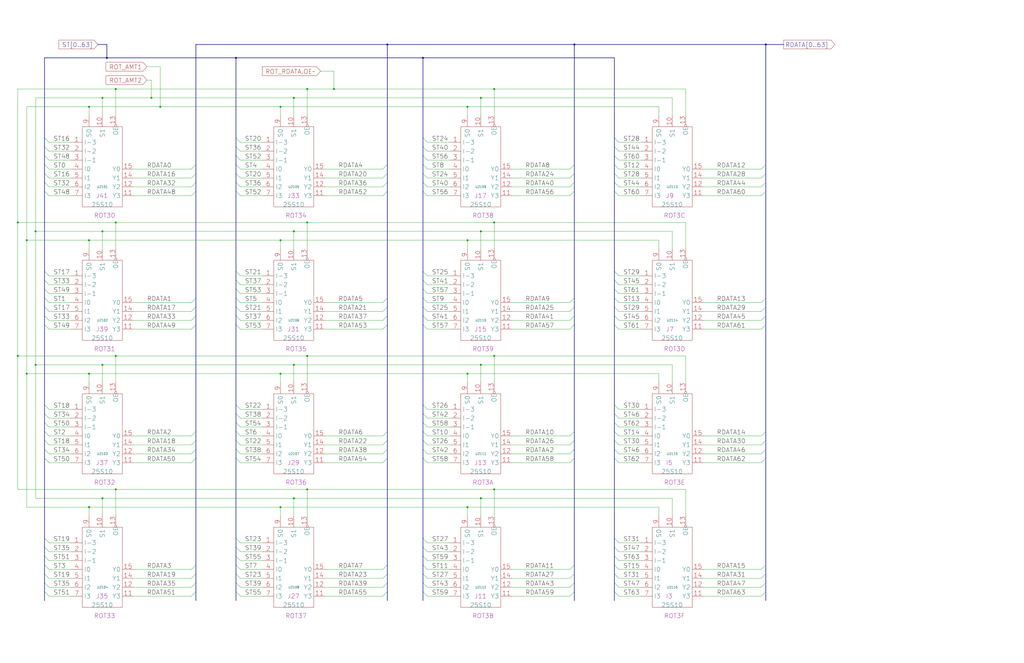
<source format=kicad_sch>
(kicad_sch (version 20230121) (generator eeschema)
  (paper "User" 584.2 378.46)
  (title_block (title "ROTATOR TIER 3") (date "20-MAR-90") (rev "1.0") (comment 1 "FIU") (comment 2 "232-003065") (comment 3 "S400") (comment 4 "RELEASED"))
  (junction (at 274.32 284.48))
  (junction (at 190.5 50.8))
  (junction (at 160.02 289.56))
  (junction (at 167.64 132.08))
  (junction (at 50.8 137.16))
  (junction (at 327.66 25.4))
  (junction (at 58.42 132.08))
  (junction (at 58.42 208.28))
  (junction (at 281.94 279.4))
  (junction (at 266.7 289.56))
  (junction (at 86.36 55.88))
  (junction (at 91.44 60.96))
  (junction (at 15.24 137.16))
  (junction (at 175.26 50.8))
  (junction (at 220.98 25.4))
  (junction (at 281.94 127))
  (junction (at 266.7 137.16))
  (junction (at 175.26 127))
  (junction (at 274.32 55.88))
  (junction (at 60.96 33.02))
  (junction (at 66.04 127))
  (junction (at 50.8 60.96))
  (junction (at 167.64 284.48))
  (junction (at 58.42 284.48))
  (junction (at 20.32 208.28))
  (junction (at 134.62 33.02))
  (junction (at 160.02 213.36))
  (junction (at 281.94 50.8))
  (junction (at 160.02 137.16))
  (junction (at 10.16 203.2))
  (junction (at 175.26 279.4))
  (junction (at 50.8 213.36))
  (junction (at 241.3 33.02))
  (junction (at 15.24 213.36))
  (junction (at 436.88 25.4))
  (junction (at 50.8 289.56))
  (junction (at 10.16 127))
  (junction (at 281.94 203.2))
  (junction (at 274.32 208.28))
  (junction (at 274.32 132.08))
  (junction (at 266.7 213.36))
  (junction (at 160.02 60.96))
  (junction (at 66.04 203.2))
  (junction (at 167.64 208.28))
  (junction (at 266.7 60.96))
  (junction (at 58.42 55.88))
  (junction (at 167.64 55.88))
  (junction (at 20.32 132.08))
  (junction (at 66.04 50.8))
  (junction (at 66.04 279.4))
  (junction (at 175.26 203.2))
  (bus_entry (at 350.52 231.14) (size 2.54 2.54))
  (bus_entry (at 111.76 104.14) (size -2.54 2.54))
  (bus_entry (at 350.52 322.58) (size 2.54 2.54))
  (bus_entry (at 241.3 78.74) (size 2.54 2.54))
  (bus_entry (at 350.52 109.22) (size 2.54 2.54))
  (bus_entry (at 241.3 170.18) (size 2.54 2.54))
  (bus_entry (at 134.62 256.54) (size 2.54 2.54))
  (bus_entry (at 134.62 307.34) (size 2.54 2.54))
  (bus_entry (at 111.76 327.66) (size -2.54 2.54))
  (bus_entry (at 220.98 332.74) (size -2.54 2.54))
  (bus_entry (at 134.62 261.62) (size 2.54 2.54))
  (bus_entry (at 350.52 93.98) (size 2.54 2.54))
  (bus_entry (at 220.98 175.26) (size -2.54 2.54))
  (bus_entry (at 25.4 312.42) (size 2.54 2.54))
  (bus_entry (at 241.3 322.58) (size 2.54 2.54))
  (bus_entry (at 241.3 327.66) (size 2.54 2.54))
  (bus_entry (at 241.3 109.22) (size 2.54 2.54))
  (bus_entry (at 350.52 337.82) (size 2.54 2.54))
  (bus_entry (at 134.62 322.58) (size 2.54 2.54))
  (bus_entry (at 25.4 317.5) (size 2.54 2.54))
  (bus_entry (at 241.3 165.1) (size 2.54 2.54))
  (bus_entry (at 241.3 337.82) (size 2.54 2.54))
  (bus_entry (at 241.3 236.22) (size 2.54 2.54))
  (bus_entry (at 111.76 261.62) (size -2.54 2.54))
  (bus_entry (at 241.3 154.94) (size 2.54 2.54))
  (bus_entry (at 134.62 104.14) (size 2.54 2.54))
  (bus_entry (at 25.4 109.22) (size 2.54 2.54))
  (bus_entry (at 111.76 99.06) (size -2.54 2.54))
  (bus_entry (at 350.52 312.42) (size 2.54 2.54))
  (bus_entry (at 220.98 337.82) (size -2.54 2.54))
  (bus_entry (at 327.66 104.14) (size -2.54 2.54))
  (bus_entry (at 25.4 165.1) (size 2.54 2.54))
  (bus_entry (at 134.62 317.5) (size 2.54 2.54))
  (bus_entry (at 25.4 246.38) (size 2.54 2.54))
  (bus_entry (at 25.4 307.34) (size 2.54 2.54))
  (bus_entry (at 327.66 180.34) (size -2.54 2.54))
  (bus_entry (at 134.62 93.98) (size 2.54 2.54))
  (bus_entry (at 134.62 99.06) (size 2.54 2.54))
  (bus_entry (at 350.52 180.34) (size 2.54 2.54))
  (bus_entry (at 134.62 231.14) (size 2.54 2.54))
  (bus_entry (at 327.66 185.42) (size -2.54 2.54))
  (bus_entry (at 350.52 332.74) (size 2.54 2.54))
  (bus_entry (at 220.98 170.18) (size -2.54 2.54))
  (bus_entry (at 134.62 241.3) (size 2.54 2.54))
  (bus_entry (at 436.88 180.34) (size -2.54 2.54))
  (bus_entry (at 241.3 99.06) (size 2.54 2.54))
  (bus_entry (at 25.4 160.02) (size 2.54 2.54))
  (bus_entry (at 436.88 256.54) (size -2.54 2.54))
  (bus_entry (at 25.4 241.3) (size 2.54 2.54))
  (bus_entry (at 436.88 251.46) (size -2.54 2.54))
  (bus_entry (at 134.62 170.18) (size 2.54 2.54))
  (bus_entry (at 350.52 251.46) (size 2.54 2.54))
  (bus_entry (at 134.62 337.82) (size 2.54 2.54))
  (bus_entry (at 134.62 327.66) (size 2.54 2.54))
  (bus_entry (at 111.76 185.42) (size -2.54 2.54))
  (bus_entry (at 134.62 165.1) (size 2.54 2.54))
  (bus_entry (at 111.76 256.54) (size -2.54 2.54))
  (bus_entry (at 25.4 337.82) (size 2.54 2.54))
  (bus_entry (at 241.3 88.9) (size 2.54 2.54))
  (bus_entry (at 327.66 332.74) (size -2.54 2.54))
  (bus_entry (at 436.88 337.82) (size -2.54 2.54))
  (bus_entry (at 350.52 99.06) (size 2.54 2.54))
  (bus_entry (at 25.4 185.42) (size 2.54 2.54))
  (bus_entry (at 436.88 99.06) (size -2.54 2.54))
  (bus_entry (at 111.76 180.34) (size -2.54 2.54))
  (bus_entry (at 220.98 251.46) (size -2.54 2.54))
  (bus_entry (at 134.62 160.02) (size 2.54 2.54))
  (bus_entry (at 436.88 175.26) (size -2.54 2.54))
  (bus_entry (at 220.98 256.54) (size -2.54 2.54))
  (bus_entry (at 134.62 83.82) (size 2.54 2.54))
  (bus_entry (at 350.52 246.38) (size 2.54 2.54))
  (bus_entry (at 220.98 327.66) (size -2.54 2.54))
  (bus_entry (at 241.3 231.14) (size 2.54 2.54))
  (bus_entry (at 436.88 261.62) (size -2.54 2.54))
  (bus_entry (at 220.98 99.06) (size -2.54 2.54))
  (bus_entry (at 25.4 332.74) (size 2.54 2.54))
  (bus_entry (at 241.3 261.62) (size 2.54 2.54))
  (bus_entry (at 436.88 332.74) (size -2.54 2.54))
  (bus_entry (at 241.3 307.34) (size 2.54 2.54))
  (bus_entry (at 436.88 93.98) (size -2.54 2.54))
  (bus_entry (at 436.88 327.66) (size -2.54 2.54))
  (bus_entry (at 134.62 88.9) (size 2.54 2.54))
  (bus_entry (at 25.4 154.94) (size 2.54 2.54))
  (bus_entry (at 327.66 170.18) (size -2.54 2.54))
  (bus_entry (at 436.88 185.42) (size -2.54 2.54))
  (bus_entry (at 327.66 322.58) (size -2.54 2.54))
  (bus_entry (at 350.52 241.3) (size 2.54 2.54))
  (bus_entry (at 134.62 78.74) (size 2.54 2.54))
  (bus_entry (at 111.76 337.82) (size -2.54 2.54))
  (bus_entry (at 350.52 165.1) (size 2.54 2.54))
  (bus_entry (at 350.52 317.5) (size 2.54 2.54))
  (bus_entry (at 350.52 327.66) (size 2.54 2.54))
  (bus_entry (at 134.62 175.26) (size 2.54 2.54))
  (bus_entry (at 111.76 251.46) (size -2.54 2.54))
  (bus_entry (at 327.66 99.06) (size -2.54 2.54))
  (bus_entry (at 327.66 261.62) (size -2.54 2.54))
  (bus_entry (at 220.98 109.22) (size -2.54 2.54))
  (bus_entry (at 220.98 185.42) (size -2.54 2.54))
  (bus_entry (at 241.3 246.38) (size 2.54 2.54))
  (bus_entry (at 111.76 332.74) (size -2.54 2.54))
  (bus_entry (at 436.88 170.18) (size -2.54 2.54))
  (bus_entry (at 25.4 83.82) (size 2.54 2.54))
  (bus_entry (at 25.4 322.58) (size 2.54 2.54))
  (bus_entry (at 25.4 88.9) (size 2.54 2.54))
  (bus_entry (at 111.76 322.58) (size -2.54 2.54))
  (bus_entry (at 350.52 104.14) (size 2.54 2.54))
  (bus_entry (at 111.76 170.18) (size -2.54 2.54))
  (bus_entry (at 241.3 93.98) (size 2.54 2.54))
  (bus_entry (at 350.52 175.26) (size 2.54 2.54))
  (bus_entry (at 220.98 322.58) (size -2.54 2.54))
  (bus_entry (at 327.66 93.98) (size -2.54 2.54))
  (bus_entry (at 350.52 160.02) (size 2.54 2.54))
  (bus_entry (at 220.98 246.38) (size -2.54 2.54))
  (bus_entry (at 350.52 88.9) (size 2.54 2.54))
  (bus_entry (at 134.62 246.38) (size 2.54 2.54))
  (bus_entry (at 25.4 170.18) (size 2.54 2.54))
  (bus_entry (at 350.52 256.54) (size 2.54 2.54))
  (bus_entry (at 241.3 175.26) (size 2.54 2.54))
  (bus_entry (at 241.3 180.34) (size 2.54 2.54))
  (bus_entry (at 111.76 93.98) (size -2.54 2.54))
  (bus_entry (at 241.3 317.5) (size 2.54 2.54))
  (bus_entry (at 25.4 256.54) (size 2.54 2.54))
  (bus_entry (at 327.66 175.26) (size -2.54 2.54))
  (bus_entry (at 25.4 251.46) (size 2.54 2.54))
  (bus_entry (at 436.88 104.14) (size -2.54 2.54))
  (bus_entry (at 241.3 104.14) (size 2.54 2.54))
  (bus_entry (at 134.62 185.42) (size 2.54 2.54))
  (bus_entry (at 241.3 256.54) (size 2.54 2.54))
  (bus_entry (at 327.66 246.38) (size -2.54 2.54))
  (bus_entry (at 25.4 175.26) (size 2.54 2.54))
  (bus_entry (at 25.4 99.06) (size 2.54 2.54))
  (bus_entry (at 327.66 337.82) (size -2.54 2.54))
  (bus_entry (at 350.52 261.62) (size 2.54 2.54))
  (bus_entry (at 350.52 307.34) (size 2.54 2.54))
  (bus_entry (at 220.98 93.98) (size -2.54 2.54))
  (bus_entry (at 350.52 185.42) (size 2.54 2.54))
  (bus_entry (at 241.3 251.46) (size 2.54 2.54))
  (bus_entry (at 350.52 78.74) (size 2.54 2.54))
  (bus_entry (at 241.3 83.82) (size 2.54 2.54))
  (bus_entry (at 241.3 160.02) (size 2.54 2.54))
  (bus_entry (at 220.98 261.62) (size -2.54 2.54))
  (bus_entry (at 220.98 104.14) (size -2.54 2.54))
  (bus_entry (at 25.4 93.98) (size 2.54 2.54))
  (bus_entry (at 241.3 185.42) (size 2.54 2.54))
  (bus_entry (at 436.88 322.58) (size -2.54 2.54))
  (bus_entry (at 241.3 312.42) (size 2.54 2.54))
  (bus_entry (at 134.62 180.34) (size 2.54 2.54))
  (bus_entry (at 241.3 241.3) (size 2.54 2.54))
  (bus_entry (at 327.66 109.22) (size -2.54 2.54))
  (bus_entry (at 327.66 327.66) (size -2.54 2.54))
  (bus_entry (at 134.62 332.74) (size 2.54 2.54))
  (bus_entry (at 350.52 83.82) (size 2.54 2.54))
  (bus_entry (at 220.98 180.34) (size -2.54 2.54))
  (bus_entry (at 436.88 109.22) (size -2.54 2.54))
  (bus_entry (at 350.52 170.18) (size 2.54 2.54))
  (bus_entry (at 25.4 327.66) (size 2.54 2.54))
  (bus_entry (at 111.76 246.38) (size -2.54 2.54))
  (bus_entry (at 134.62 312.42) (size 2.54 2.54))
  (bus_entry (at 25.4 104.14) (size 2.54 2.54))
  (bus_entry (at 25.4 231.14) (size 2.54 2.54))
  (bus_entry (at 436.88 246.38) (size -2.54 2.54))
  (bus_entry (at 350.52 154.94) (size 2.54 2.54))
  (bus_entry (at 134.62 251.46) (size 2.54 2.54))
  (bus_entry (at 327.66 256.54) (size -2.54 2.54))
  (bus_entry (at 327.66 251.46) (size -2.54 2.54))
  (bus_entry (at 134.62 236.22) (size 2.54 2.54))
  (bus_entry (at 111.76 109.22) (size -2.54 2.54))
  (bus_entry (at 134.62 154.94) (size 2.54 2.54))
  (bus_entry (at 111.76 175.26) (size -2.54 2.54))
  (bus_entry (at 134.62 109.22) (size 2.54 2.54))
  (bus_entry (at 25.4 236.22) (size 2.54 2.54))
  (bus_entry (at 241.3 332.74) (size 2.54 2.54))
  (bus_entry (at 25.4 261.62) (size 2.54 2.54))
  (bus_entry (at 350.52 236.22) (size 2.54 2.54))
  (bus_entry (at 25.4 180.34) (size 2.54 2.54))
  (bus_entry (at 25.4 78.74) (size 2.54 2.54))
  (wire (pts (xy 27.94 243.84) (xy 40.64 243.84)))
  (wire (pts (xy 353.06 101.6) (xy 365.76 101.6)))
  (wire (pts (xy 266.7 289.56) (xy 160.02 289.56)))
  (bus (pts (xy 134.62 317.5) (xy 134.62 322.58)))
  (wire (pts (xy 76.2 172.72) (xy 109.22 172.72)))
  (bus (pts (xy 25.4 185.42) (xy 25.4 231.14)))
  (wire (pts (xy 50.8 213.36) (xy 15.24 213.36)))
  (bus (pts (xy 350.52 104.14) (xy 350.52 109.22)))
  (wire (pts (xy 292.1 111.76) (xy 325.12 111.76)))
  (wire (pts (xy 167.64 55.88) (xy 167.64 66.04)))
  (bus (pts (xy 436.88 261.62) (xy 436.88 322.58)))
  (bus (pts (xy 55.88 25.4) (xy 60.96 25.4)))
  (bus (pts (xy 134.62 88.9) (xy 134.62 93.98)))
  (bus (pts (xy 241.3 337.82) (xy 241.3 342.9)))
  (bus (pts (xy 327.66 99.06) (xy 327.66 104.14)))
  (bus (pts (xy 241.3 241.3) (xy 241.3 246.38)))
  (bus (pts (xy 25.4 327.66) (xy 25.4 332.74)))
  (bus (pts (xy 350.52 154.94) (xy 350.52 160.02)))
  (wire (pts (xy 66.04 279.4) (xy 66.04 294.64)))
  (bus (pts (xy 25.4 78.74) (xy 25.4 83.82)))
  (wire (pts (xy 27.94 81.28) (xy 40.64 81.28)))
  (bus (pts (xy 241.3 170.18) (xy 241.3 175.26)))
  (wire (pts (xy 27.94 335.28) (xy 40.64 335.28)))
  (wire (pts (xy 137.16 81.28) (xy 149.86 81.28)))
  (bus (pts (xy 350.52 170.18) (xy 350.52 175.26)))
  (bus (pts (xy 25.4 83.82) (xy 25.4 88.9)))
  (wire (pts (xy 27.94 187.96) (xy 40.64 187.96)))
  (bus (pts (xy 436.88 322.58) (xy 436.88 327.66)))
  (wire (pts (xy 20.32 208.28) (xy 20.32 132.08)))
  (wire (pts (xy 292.1 330.2) (xy 325.12 330.2)))
  (wire (pts (xy 76.2 182.88) (xy 109.22 182.88)))
  (bus (pts (xy 350.52 256.54) (xy 350.52 261.62)))
  (wire (pts (xy 15.24 213.36) (xy 15.24 289.56)))
  (wire (pts (xy 401.32 248.92) (xy 434.34 248.92)))
  (wire (pts (xy 185.42 172.72) (xy 218.44 172.72)))
  (bus (pts (xy 241.3 332.74) (xy 241.3 337.82)))
  (bus (pts (xy 327.66 322.58) (xy 327.66 327.66)))
  (wire (pts (xy 383.54 55.88) (xy 383.54 66.04)))
  (bus (pts (xy 220.98 185.42) (xy 220.98 246.38)))
  (wire (pts (xy 243.84 259.08) (xy 256.54 259.08)))
  (wire (pts (xy 137.16 101.6) (xy 149.86 101.6)))
  (wire (pts (xy 353.06 335.28) (xy 365.76 335.28)))
  (bus (pts (xy 111.76 25.4) (xy 220.98 25.4)))
  (wire (pts (xy 76.2 101.6) (xy 109.22 101.6)))
  (bus (pts (xy 111.76 327.66) (xy 111.76 332.74)))
  (wire (pts (xy 76.2 330.2) (xy 109.22 330.2)))
  (wire (pts (xy 383.54 132.08) (xy 383.54 142.24)))
  (wire (pts (xy 58.42 208.28) (xy 58.42 218.44)))
  (bus (pts (xy 134.62 231.14) (xy 134.62 236.22)))
  (wire (pts (xy 292.1 182.88) (xy 325.12 182.88)))
  (wire (pts (xy 353.06 340.36) (xy 365.76 340.36)))
  (wire (pts (xy 175.26 203.2) (xy 175.26 218.44)))
  (bus (pts (xy 220.98 99.06) (xy 220.98 104.14)))
  (bus (pts (xy 350.52 246.38) (xy 350.52 251.46)))
  (wire (pts (xy 185.42 106.68) (xy 218.44 106.68)))
  (bus (pts (xy 327.66 104.14) (xy 327.66 109.22)))
  (wire (pts (xy 76.2 177.8) (xy 109.22 177.8)))
  (bus (pts (xy 436.88 256.54) (xy 436.88 261.62)))
  (wire (pts (xy 243.84 86.36) (xy 256.54 86.36)))
  (wire (pts (xy 27.94 177.8) (xy 40.64 177.8)))
  (bus (pts (xy 350.52 78.74) (xy 350.52 83.82)))
  (wire (pts (xy 281.94 279.4) (xy 391.16 279.4)))
  (wire (pts (xy 353.06 111.76) (xy 365.76 111.76)))
  (wire (pts (xy 27.94 238.76) (xy 40.64 238.76)))
  (wire (pts (xy 137.16 309.88) (xy 149.86 309.88)))
  (wire (pts (xy 401.32 340.36) (xy 434.34 340.36)))
  (bus (pts (xy 134.62 83.82) (xy 134.62 88.9)))
  (bus (pts (xy 25.4 99.06) (xy 25.4 104.14)))
  (wire (pts (xy 353.06 81.28) (xy 365.76 81.28)))
  (wire (pts (xy 281.94 279.4) (xy 281.94 294.64)))
  (wire (pts (xy 167.64 284.48) (xy 167.64 294.64)))
  (wire (pts (xy 353.06 86.36) (xy 365.76 86.36)))
  (wire (pts (xy 15.24 137.16) (xy 50.8 137.16)))
  (wire (pts (xy 353.06 233.68) (xy 365.76 233.68)))
  (bus (pts (xy 134.62 256.54) (xy 134.62 261.62)))
  (wire (pts (xy 137.16 86.36) (xy 149.86 86.36)))
  (wire (pts (xy 137.16 238.76) (xy 149.86 238.76)))
  (wire (pts (xy 243.84 96.52) (xy 256.54 96.52)))
  (bus (pts (xy 436.88 25.4) (xy 436.88 93.98)))
  (wire (pts (xy 58.42 132.08) (xy 167.64 132.08)))
  (wire (pts (xy 137.16 177.8) (xy 149.86 177.8)))
  (wire (pts (xy 175.26 50.8) (xy 175.26 66.04)))
  (wire (pts (xy 83.82 38.1) (xy 91.44 38.1)))
  (wire (pts (xy 266.7 137.16) (xy 266.7 142.24)))
  (bus (pts (xy 25.4 322.58) (xy 25.4 327.66)))
  (bus (pts (xy 241.3 88.9) (xy 241.3 93.98)))
  (wire (pts (xy 137.16 320.04) (xy 149.86 320.04)))
  (bus (pts (xy 436.88 251.46) (xy 436.88 256.54)))
  (bus (pts (xy 25.4 231.14) (xy 25.4 236.22)))
  (bus (pts (xy 350.52 241.3) (xy 350.52 246.38)))
  (bus (pts (xy 350.52 337.82) (xy 350.52 342.9)))
  (wire (pts (xy 243.84 187.96) (xy 256.54 187.96)))
  (bus (pts (xy 25.4 160.02) (xy 25.4 165.1)))
  (wire (pts (xy 10.16 127) (xy 66.04 127)))
  (wire (pts (xy 167.64 284.48) (xy 58.42 284.48)))
  (bus (pts (xy 134.62 246.38) (xy 134.62 251.46)))
  (wire (pts (xy 27.94 259.08) (xy 40.64 259.08)))
  (wire (pts (xy 27.94 172.72) (xy 40.64 172.72)))
  (wire (pts (xy 375.92 137.16) (xy 375.92 142.24)))
  (wire (pts (xy 353.06 243.84) (xy 365.76 243.84)))
  (wire (pts (xy 401.32 101.6) (xy 434.34 101.6)))
  (wire (pts (xy 27.94 96.52) (xy 40.64 96.52)))
  (wire (pts (xy 401.32 259.08) (xy 434.34 259.08)))
  (bus (pts (xy 241.3 165.1) (xy 241.3 170.18)))
  (wire (pts (xy 353.06 167.64) (xy 365.76 167.64)))
  (bus (pts (xy 134.62 180.34) (xy 134.62 185.42)))
  (wire (pts (xy 27.94 254) (xy 40.64 254)))
  (wire (pts (xy 292.1 335.28) (xy 325.12 335.28)))
  (wire (pts (xy 185.42 182.88) (xy 218.44 182.88)))
  (wire (pts (xy 20.32 55.88) (xy 58.42 55.88)))
  (wire (pts (xy 353.06 96.52) (xy 365.76 96.52)))
  (wire (pts (xy 50.8 60.96) (xy 91.44 60.96)))
  (wire (pts (xy 76.2 187.96) (xy 109.22 187.96)))
  (bus (pts (xy 350.52 327.66) (xy 350.52 332.74)))
  (bus (pts (xy 436.88 337.82) (xy 436.88 342.9)))
  (bus (pts (xy 436.88 170.18) (xy 436.88 175.26)))
  (bus (pts (xy 25.4 93.98) (xy 25.4 99.06)))
  (wire (pts (xy 401.32 187.96) (xy 434.34 187.96)))
  (wire (pts (xy 292.1 96.52) (xy 325.12 96.52)))
  (bus (pts (xy 60.96 33.02) (xy 134.62 33.02)))
  (wire (pts (xy 383.54 208.28) (xy 383.54 218.44)))
  (wire (pts (xy 292.1 101.6) (xy 325.12 101.6)))
  (wire (pts (xy 175.26 279.4) (xy 281.94 279.4)))
  (bus (pts (xy 134.62 33.02) (xy 134.62 78.74)))
  (bus (pts (xy 327.66 246.38) (xy 327.66 251.46)))
  (bus (pts (xy 350.52 83.82) (xy 350.52 88.9)))
  (bus (pts (xy 241.3 307.34) (xy 241.3 312.42)))
  (wire (pts (xy 353.06 91.44) (xy 365.76 91.44)))
  (bus (pts (xy 327.66 327.66) (xy 327.66 332.74)))
  (wire (pts (xy 160.02 213.36) (xy 160.02 218.44)))
  (bus (pts (xy 25.4 109.22) (xy 25.4 154.94)))
  (bus (pts (xy 111.76 109.22) (xy 111.76 170.18)))
  (wire (pts (xy 160.02 289.56) (xy 160.02 294.64)))
  (bus (pts (xy 220.98 251.46) (xy 220.98 256.54)))
  (bus (pts (xy 436.88 175.26) (xy 436.88 180.34)))
  (bus (pts (xy 436.88 25.4) (xy 447.04 25.4)))
  (bus (pts (xy 241.3 33.02) (xy 241.3 78.74)))
  (bus (pts (xy 25.4 246.38) (xy 25.4 251.46)))
  (bus (pts (xy 327.66 170.18) (xy 327.66 175.26)))
  (wire (pts (xy 76.2 264.16) (xy 109.22 264.16)))
  (bus (pts (xy 220.98 175.26) (xy 220.98 180.34)))
  (bus (pts (xy 220.98 180.34) (xy 220.98 185.42)))
  (wire (pts (xy 50.8 137.16) (xy 160.02 137.16)))
  (bus (pts (xy 327.66 256.54) (xy 327.66 261.62)))
  (wire (pts (xy 58.42 132.08) (xy 58.42 142.24)))
  (wire (pts (xy 375.92 213.36) (xy 375.92 218.44)))
  (bus (pts (xy 241.3 251.46) (xy 241.3 256.54)))
  (wire (pts (xy 160.02 137.16) (xy 160.02 142.24)))
  (wire (pts (xy 353.06 259.08) (xy 365.76 259.08)))
  (bus (pts (xy 111.76 104.14) (xy 111.76 109.22)))
  (wire (pts (xy 243.84 320.04) (xy 256.54 320.04)))
  (wire (pts (xy 20.32 208.28) (xy 58.42 208.28)))
  (wire (pts (xy 58.42 284.48) (xy 20.32 284.48)))
  (wire (pts (xy 243.84 335.28) (xy 256.54 335.28)))
  (wire (pts (xy 76.2 325.12) (xy 109.22 325.12)))
  (wire (pts (xy 50.8 213.36) (xy 50.8 218.44)))
  (bus (pts (xy 25.4 165.1) (xy 25.4 170.18)))
  (wire (pts (xy 266.7 213.36) (xy 266.7 218.44)))
  (bus (pts (xy 327.66 109.22) (xy 327.66 170.18)))
  (wire (pts (xy 243.84 177.8) (xy 256.54 177.8)))
  (bus (pts (xy 25.4 88.9) (xy 25.4 93.98)))
  (wire (pts (xy 15.24 60.96) (xy 50.8 60.96)))
  (bus (pts (xy 350.52 88.9) (xy 350.52 93.98)))
  (wire (pts (xy 137.16 340.36) (xy 149.86 340.36)))
  (bus (pts (xy 350.52 261.62) (xy 350.52 307.34)))
  (wire (pts (xy 190.5 40.64) (xy 190.5 50.8)))
  (wire (pts (xy 137.16 182.88) (xy 149.86 182.88)))
  (bus (pts (xy 111.76 25.4) (xy 111.76 93.98)))
  (wire (pts (xy 167.64 208.28) (xy 274.32 208.28)))
  (wire (pts (xy 66.04 127) (xy 175.26 127)))
  (bus (pts (xy 241.3 322.58) (xy 241.3 327.66)))
  (bus (pts (xy 350.52 109.22) (xy 350.52 154.94)))
  (wire (pts (xy 383.54 284.48) (xy 383.54 294.64)))
  (bus (pts (xy 436.88 246.38) (xy 436.88 251.46)))
  (bus (pts (xy 111.76 180.34) (xy 111.76 185.42)))
  (wire (pts (xy 281.94 50.8) (xy 281.94 66.04)))
  (wire (pts (xy 274.32 208.28) (xy 383.54 208.28)))
  (bus (pts (xy 241.3 175.26) (xy 241.3 180.34)))
  (bus (pts (xy 436.88 185.42) (xy 436.88 246.38)))
  (wire (pts (xy 266.7 213.36) (xy 160.02 213.36)))
  (wire (pts (xy 137.16 96.52) (xy 149.86 96.52)))
  (wire (pts (xy 243.84 248.92) (xy 256.54 248.92)))
  (wire (pts (xy 27.94 86.36) (xy 40.64 86.36)))
  (wire (pts (xy 401.32 177.8) (xy 434.34 177.8)))
  (wire (pts (xy 137.16 172.72) (xy 149.86 172.72)))
  (wire (pts (xy 167.64 55.88) (xy 274.32 55.88)))
  (bus (pts (xy 241.3 256.54) (xy 241.3 261.62)))
  (bus (pts (xy 220.98 246.38) (xy 220.98 251.46)))
  (bus (pts (xy 25.4 180.34) (xy 25.4 185.42)))
  (bus (pts (xy 134.62 185.42) (xy 134.62 231.14)))
  (bus (pts (xy 241.3 78.74) (xy 241.3 83.82)))
  (wire (pts (xy 175.26 127) (xy 281.94 127)))
  (bus (pts (xy 134.62 337.82) (xy 134.62 342.9)))
  (bus (pts (xy 134.62 160.02) (xy 134.62 165.1)))
  (wire (pts (xy 274.32 55.88) (xy 274.32 66.04)))
  (wire (pts (xy 58.42 208.28) (xy 167.64 208.28)))
  (bus (pts (xy 436.88 327.66) (xy 436.88 332.74)))
  (bus (pts (xy 25.4 241.3) (xy 25.4 246.38)))
  (wire (pts (xy 401.32 264.16) (xy 434.34 264.16)))
  (wire (pts (xy 185.42 325.12) (xy 218.44 325.12)))
  (wire (pts (xy 76.2 96.52) (xy 109.22 96.52)))
  (bus (pts (xy 111.76 185.42) (xy 111.76 246.38)))
  (wire (pts (xy 137.16 187.96) (xy 149.86 187.96)))
  (wire (pts (xy 185.42 264.16) (xy 218.44 264.16)))
  (wire (pts (xy 292.1 106.68) (xy 325.12 106.68)))
  (bus (pts (xy 241.3 261.62) (xy 241.3 307.34)))
  (wire (pts (xy 243.84 233.68) (xy 256.54 233.68)))
  (wire (pts (xy 292.1 254) (xy 325.12 254)))
  (wire (pts (xy 375.92 289.56) (xy 266.7 289.56)))
  (bus (pts (xy 241.3 236.22) (xy 241.3 241.3)))
  (wire (pts (xy 137.16 314.96) (xy 149.86 314.96)))
  (bus (pts (xy 111.76 322.58) (xy 111.76 327.66)))
  (wire (pts (xy 353.06 330.2) (xy 365.76 330.2)))
  (wire (pts (xy 58.42 55.88) (xy 58.42 66.04)))
  (bus (pts (xy 350.52 251.46) (xy 350.52 256.54)))
  (bus (pts (xy 25.4 317.5) (xy 25.4 322.58)))
  (bus (pts (xy 241.3 246.38) (xy 241.3 251.46)))
  (wire (pts (xy 391.16 203.2) (xy 391.16 218.44)))
  (wire (pts (xy 66.04 203.2) (xy 175.26 203.2)))
  (wire (pts (xy 274.32 132.08) (xy 383.54 132.08)))
  (wire (pts (xy 182.88 40.64) (xy 190.5 40.64)))
  (wire (pts (xy 391.16 50.8) (xy 391.16 66.04)))
  (bus (pts (xy 134.62 154.94) (xy 134.62 160.02)))
  (wire (pts (xy 91.44 38.1) (xy 91.44 60.96)))
  (wire (pts (xy 401.32 111.76) (xy 434.34 111.76)))
  (wire (pts (xy 353.06 325.12) (xy 365.76 325.12)))
  (bus (pts (xy 134.62 312.42) (xy 134.62 317.5)))
  (bus (pts (xy 220.98 327.66) (xy 220.98 332.74)))
  (wire (pts (xy 243.84 157.48) (xy 256.54 157.48)))
  (bus (pts (xy 220.98 104.14) (xy 220.98 109.22)))
  (wire (pts (xy 401.32 172.72) (xy 434.34 172.72)))
  (wire (pts (xy 27.94 320.04) (xy 40.64 320.04)))
  (bus (pts (xy 25.4 170.18) (xy 25.4 175.26)))
  (bus (pts (xy 241.3 160.02) (xy 241.3 165.1)))
  (bus (pts (xy 25.4 33.02) (xy 60.96 33.02)))
  (wire (pts (xy 375.92 213.36) (xy 266.7 213.36)))
  (wire (pts (xy 401.32 182.88) (xy 434.34 182.88)))
  (bus (pts (xy 350.52 307.34) (xy 350.52 312.42)))
  (wire (pts (xy 353.06 157.48) (xy 365.76 157.48)))
  (bus (pts (xy 350.52 236.22) (xy 350.52 241.3)))
  (wire (pts (xy 160.02 213.36) (xy 50.8 213.36)))
  (bus (pts (xy 134.62 170.18) (xy 134.62 175.26)))
  (bus (pts (xy 350.52 99.06) (xy 350.52 104.14)))
  (wire (pts (xy 137.16 243.84) (xy 149.86 243.84)))
  (wire (pts (xy 20.32 132.08) (xy 58.42 132.08)))
  (wire (pts (xy 292.1 172.72) (xy 325.12 172.72)))
  (wire (pts (xy 137.16 325.12) (xy 149.86 325.12)))
  (wire (pts (xy 243.84 91.44) (xy 256.54 91.44)))
  (wire (pts (xy 243.84 162.56) (xy 256.54 162.56)))
  (wire (pts (xy 76.2 111.76) (xy 109.22 111.76)))
  (wire (pts (xy 274.32 132.08) (xy 274.32 142.24)))
  (bus (pts (xy 134.62 332.74) (xy 134.62 337.82)))
  (wire (pts (xy 27.94 182.88) (xy 40.64 182.88)))
  (wire (pts (xy 27.94 157.48) (xy 40.64 157.48)))
  (wire (pts (xy 137.16 162.56) (xy 149.86 162.56)))
  (bus (pts (xy 241.3 104.14) (xy 241.3 109.22)))
  (wire (pts (xy 391.16 279.4) (xy 391.16 294.64)))
  (wire (pts (xy 167.64 132.08) (xy 167.64 142.24)))
  (wire (pts (xy 274.32 284.48) (xy 167.64 284.48)))
  (wire (pts (xy 292.1 264.16) (xy 325.12 264.16)))
  (wire (pts (xy 243.84 309.88) (xy 256.54 309.88)))
  (wire (pts (xy 27.94 233.68) (xy 40.64 233.68)))
  (wire (pts (xy 66.04 50.8) (xy 66.04 66.04)))
  (wire (pts (xy 10.16 127) (xy 10.16 203.2)))
  (wire (pts (xy 15.24 60.96) (xy 15.24 137.16)))
  (wire (pts (xy 175.26 203.2) (xy 281.94 203.2)))
  (bus (pts (xy 327.66 261.62) (xy 327.66 322.58)))
  (wire (pts (xy 401.32 96.52) (xy 434.34 96.52)))
  (wire (pts (xy 27.94 264.16) (xy 40.64 264.16)))
  (bus (pts (xy 111.76 332.74) (xy 111.76 337.82)))
  (bus (pts (xy 350.52 33.02) (xy 350.52 78.74)))
  (wire (pts (xy 50.8 137.16) (xy 50.8 142.24)))
  (wire (pts (xy 185.42 330.2) (xy 218.44 330.2)))
  (wire (pts (xy 137.16 335.28) (xy 149.86 335.28)))
  (bus (pts (xy 436.88 104.14) (xy 436.88 109.22)))
  (bus (pts (xy 134.62 261.62) (xy 134.62 307.34)))
  (bus (pts (xy 25.4 236.22) (xy 25.4 241.3)))
  (wire (pts (xy 137.16 167.64) (xy 149.86 167.64)))
  (bus (pts (xy 111.76 251.46) (xy 111.76 256.54)))
  (wire (pts (xy 76.2 254) (xy 109.22 254)))
  (wire (pts (xy 175.26 127) (xy 175.26 142.24)))
  (bus (pts (xy 25.4 104.14) (xy 25.4 109.22)))
  (wire (pts (xy 66.04 203.2) (xy 66.04 218.44)))
  (wire (pts (xy 10.16 203.2) (xy 10.16 279.4)))
  (wire (pts (xy 353.06 314.96) (xy 365.76 314.96)))
  (wire (pts (xy 66.04 50.8) (xy 10.16 50.8)))
  (wire (pts (xy 137.16 233.68) (xy 149.86 233.68)))
  (bus (pts (xy 220.98 261.62) (xy 220.98 322.58)))
  (wire (pts (xy 243.84 340.36) (xy 256.54 340.36)))
  (wire (pts (xy 50.8 289.56) (xy 50.8 294.64)))
  (bus (pts (xy 327.66 175.26) (xy 327.66 180.34)))
  (wire (pts (xy 190.5 50.8) (xy 175.26 50.8)))
  (wire (pts (xy 185.42 111.76) (xy 218.44 111.76)))
  (wire (pts (xy 91.44 60.96) (xy 160.02 60.96)))
  (wire (pts (xy 175.26 50.8) (xy 66.04 50.8)))
  (bus (pts (xy 134.62 93.98) (xy 134.62 99.06)))
  (wire (pts (xy 167.64 208.28) (xy 167.64 218.44)))
  (bus (pts (xy 220.98 256.54) (xy 220.98 261.62)))
  (wire (pts (xy 27.94 314.96) (xy 40.64 314.96)))
  (bus (pts (xy 241.3 154.94) (xy 241.3 160.02)))
  (bus (pts (xy 134.62 109.22) (xy 134.62 154.94)))
  (wire (pts (xy 281.94 50.8) (xy 190.5 50.8)))
  (wire (pts (xy 353.06 162.56) (xy 365.76 162.56)))
  (bus (pts (xy 241.3 33.02) (xy 350.52 33.02)))
  (bus (pts (xy 241.3 327.66) (xy 241.3 332.74)))
  (bus (pts (xy 134.62 322.58) (xy 134.62 327.66)))
  (wire (pts (xy 391.16 50.8) (xy 281.94 50.8)))
  (bus (pts (xy 241.3 83.82) (xy 241.3 88.9)))
  (bus (pts (xy 111.76 170.18) (xy 111.76 175.26)))
  (wire (pts (xy 375.92 289.56) (xy 375.92 294.64)))
  (bus (pts (xy 241.3 185.42) (xy 241.3 231.14)))
  (wire (pts (xy 292.1 340.36) (xy 325.12 340.36)))
  (bus (pts (xy 220.98 332.74) (xy 220.98 337.82)))
  (wire (pts (xy 353.06 320.04) (xy 365.76 320.04)))
  (bus (pts (xy 134.62 99.06) (xy 134.62 104.14)))
  (bus (pts (xy 327.66 337.82) (xy 327.66 342.9)))
  (wire (pts (xy 20.32 132.08) (xy 20.32 55.88)))
  (bus (pts (xy 111.76 246.38) (xy 111.76 251.46)))
  (wire (pts (xy 243.84 81.28) (xy 256.54 81.28)))
  (bus (pts (xy 134.62 104.14) (xy 134.62 109.22)))
  (wire (pts (xy 160.02 289.56) (xy 50.8 289.56)))
  (wire (pts (xy 274.32 55.88) (xy 383.54 55.88)))
  (bus (pts (xy 241.3 231.14) (xy 241.3 236.22)))
  (bus (pts (xy 134.62 241.3) (xy 134.62 246.38)))
  (wire (pts (xy 137.16 157.48) (xy 149.86 157.48)))
  (bus (pts (xy 350.52 175.26) (xy 350.52 180.34)))
  (wire (pts (xy 10.16 279.4) (xy 66.04 279.4)))
  (wire (pts (xy 27.94 91.44) (xy 40.64 91.44)))
  (wire (pts (xy 137.16 254) (xy 149.86 254)))
  (bus (pts (xy 350.52 332.74) (xy 350.52 337.82)))
  (wire (pts (xy 137.16 111.76) (xy 149.86 111.76)))
  (bus (pts (xy 327.66 332.74) (xy 327.66 337.82)))
  (wire (pts (xy 243.84 330.2) (xy 256.54 330.2)))
  (wire (pts (xy 243.84 106.68) (xy 256.54 106.68)))
  (wire (pts (xy 292.1 187.96) (xy 325.12 187.96)))
  (bus (pts (xy 25.4 312.42) (xy 25.4 317.5)))
  (wire (pts (xy 66.04 279.4) (xy 175.26 279.4)))
  (wire (pts (xy 375.92 60.96) (xy 375.92 66.04)))
  (wire (pts (xy 185.42 254) (xy 218.44 254)))
  (wire (pts (xy 185.42 187.96) (xy 218.44 187.96)))
  (bus (pts (xy 436.88 99.06) (xy 436.88 104.14)))
  (wire (pts (xy 15.24 137.16) (xy 15.24 213.36)))
  (wire (pts (xy 353.06 106.68) (xy 365.76 106.68)))
  (wire (pts (xy 27.94 106.68) (xy 40.64 106.68)))
  (bus (pts (xy 350.52 185.42) (xy 350.52 231.14)))
  (wire (pts (xy 281.94 203.2) (xy 281.94 218.44)))
  (wire (pts (xy 353.06 182.88) (xy 365.76 182.88)))
  (wire (pts (xy 243.84 172.72) (xy 256.54 172.72)))
  (bus (pts (xy 134.62 251.46) (xy 134.62 256.54)))
  (wire (pts (xy 185.42 96.52) (xy 218.44 96.52)))
  (wire (pts (xy 266.7 137.16) (xy 375.92 137.16)))
  (bus (pts (xy 436.88 180.34) (xy 436.88 185.42)))
  (wire (pts (xy 86.36 55.88) (xy 167.64 55.88)))
  (wire (pts (xy 281.94 127) (xy 391.16 127)))
  (bus (pts (xy 241.3 180.34) (xy 241.3 185.42)))
  (wire (pts (xy 243.84 314.96) (xy 256.54 314.96)))
  (bus (pts (xy 111.76 261.62) (xy 111.76 322.58)))
  (wire (pts (xy 353.06 177.8) (xy 365.76 177.8)))
  (bus (pts (xy 25.4 337.82) (xy 25.4 342.9)))
  (wire (pts (xy 137.16 91.44) (xy 149.86 91.44)))
  (wire (pts (xy 185.42 259.08) (xy 218.44 259.08)))
  (bus (pts (xy 327.66 25.4) (xy 327.66 93.98)))
  (wire (pts (xy 243.84 238.76) (xy 256.54 238.76)))
  (bus (pts (xy 25.4 261.62) (xy 25.4 307.34)))
  (wire (pts (xy 383.54 284.48) (xy 274.32 284.48)))
  (bus (pts (xy 111.76 93.98) (xy 111.76 99.06)))
  (bus (pts (xy 436.88 93.98) (xy 436.88 99.06)))
  (wire (pts (xy 185.42 177.8) (xy 218.44 177.8)))
  (bus (pts (xy 25.4 256.54) (xy 25.4 261.62)))
  (wire (pts (xy 401.32 325.12) (xy 434.34 325.12)))
  (bus (pts (xy 350.52 312.42) (xy 350.52 317.5)))
  (wire (pts (xy 243.84 243.84) (xy 256.54 243.84)))
  (wire (pts (xy 27.94 111.76) (xy 40.64 111.76)))
  (bus (pts (xy 134.62 33.02) (xy 241.3 33.02)))
  (wire (pts (xy 353.06 309.88) (xy 365.76 309.88)))
  (wire (pts (xy 292.1 248.92) (xy 325.12 248.92)))
  (wire (pts (xy 243.84 101.6) (xy 256.54 101.6)))
  (wire (pts (xy 27.94 325.12) (xy 40.64 325.12)))
  (wire (pts (xy 66.04 127) (xy 66.04 142.24)))
  (bus (pts (xy 350.52 231.14) (xy 350.52 236.22)))
  (wire (pts (xy 266.7 289.56) (xy 266.7 294.64)))
  (wire (pts (xy 167.64 132.08) (xy 274.32 132.08)))
  (wire (pts (xy 27.94 309.88) (xy 40.64 309.88)))
  (bus (pts (xy 241.3 317.5) (xy 241.3 322.58)))
  (wire (pts (xy 76.2 340.36) (xy 109.22 340.36)))
  (bus (pts (xy 220.98 25.4) (xy 220.98 93.98)))
  (wire (pts (xy 20.32 284.48) (xy 20.32 208.28)))
  (wire (pts (xy 10.16 50.8) (xy 10.16 127)))
  (wire (pts (xy 401.32 335.28) (xy 434.34 335.28)))
  (wire (pts (xy 266.7 60.96) (xy 375.92 60.96)))
  (bus (pts (xy 350.52 93.98) (xy 350.52 99.06)))
  (bus (pts (xy 436.88 332.74) (xy 436.88 337.82)))
  (wire (pts (xy 160.02 60.96) (xy 266.7 60.96)))
  (wire (pts (xy 353.06 248.92) (xy 365.76 248.92)))
  (bus (pts (xy 25.4 175.26) (xy 25.4 180.34)))
  (wire (pts (xy 243.84 111.76) (xy 256.54 111.76)))
  (wire (pts (xy 50.8 60.96) (xy 50.8 66.04)))
  (wire (pts (xy 185.42 101.6) (xy 218.44 101.6)))
  (wire (pts (xy 160.02 60.96) (xy 160.02 66.04)))
  (wire (pts (xy 137.16 330.2) (xy 149.86 330.2)))
  (wire (pts (xy 137.16 106.68) (xy 149.86 106.68)))
  (wire (pts (xy 185.42 248.92) (xy 218.44 248.92)))
  (bus (pts (xy 111.76 337.82) (xy 111.76 342.9)))
  (wire (pts (xy 10.16 203.2) (xy 66.04 203.2)))
  (bus (pts (xy 350.52 317.5) (xy 350.52 322.58)))
  (wire (pts (xy 58.42 284.48) (xy 58.42 294.64)))
  (bus (pts (xy 350.52 180.34) (xy 350.52 185.42)))
  (wire (pts (xy 185.42 340.36) (xy 218.44 340.36)))
  (bus (pts (xy 134.62 236.22) (xy 134.62 241.3)))
  (wire (pts (xy 137.16 264.16) (xy 149.86 264.16)))
  (wire (pts (xy 274.32 208.28) (xy 274.32 218.44)))
  (bus (pts (xy 111.76 256.54) (xy 111.76 261.62)))
  (bus (pts (xy 220.98 337.82) (xy 220.98 342.9)))
  (bus (pts (xy 220.98 109.22) (xy 220.98 170.18)))
  (wire (pts (xy 76.2 259.08) (xy 109.22 259.08)))
  (bus (pts (xy 134.62 327.66) (xy 134.62 332.74)))
  (wire (pts (xy 401.32 254) (xy 434.34 254)))
  (wire (pts (xy 281.94 127) (xy 281.94 142.24)))
  (bus (pts (xy 327.66 25.4) (xy 436.88 25.4)))
  (bus (pts (xy 111.76 99.06) (xy 111.76 104.14)))
  (bus (pts (xy 134.62 175.26) (xy 134.62 180.34)))
  (bus (pts (xy 25.4 332.74) (xy 25.4 337.82)))
  (bus (pts (xy 327.66 251.46) (xy 327.66 256.54)))
  (wire (pts (xy 353.06 172.72) (xy 365.76 172.72)))
  (bus (pts (xy 25.4 307.34) (xy 25.4 312.42)))
  (wire (pts (xy 243.84 254) (xy 256.54 254)))
  (wire (pts (xy 86.36 45.72) (xy 86.36 55.88)))
  (bus (pts (xy 25.4 154.94) (xy 25.4 160.02)))
  (bus (pts (xy 350.52 165.1) (xy 350.52 170.18)))
  (bus (pts (xy 220.98 93.98) (xy 220.98 99.06)))
  (wire (pts (xy 175.26 279.4) (xy 175.26 294.64)))
  (wire (pts (xy 243.84 264.16) (xy 256.54 264.16)))
  (wire (pts (xy 76.2 335.28) (xy 109.22 335.28)))
  (wire (pts (xy 27.94 167.64) (xy 40.64 167.64)))
  (bus (pts (xy 241.3 99.06) (xy 241.3 104.14)))
  (wire (pts (xy 27.94 248.92) (xy 40.64 248.92)))
  (bus (pts (xy 327.66 185.42) (xy 327.66 246.38)))
  (wire (pts (xy 76.2 106.68) (xy 109.22 106.68)))
  (wire (pts (xy 185.42 335.28) (xy 218.44 335.28)))
  (wire (pts (xy 292.1 259.08) (xy 325.12 259.08)))
  (wire (pts (xy 27.94 101.6) (xy 40.64 101.6)))
  (wire (pts (xy 27.94 340.36) (xy 40.64 340.36)))
  (wire (pts (xy 50.8 289.56) (xy 15.24 289.56)))
  (bus (pts (xy 25.4 251.46) (xy 25.4 256.54)))
  (wire (pts (xy 58.42 55.88) (xy 86.36 55.88)))
  (bus (pts (xy 60.96 25.4) (xy 60.96 33.02)))
  (bus (pts (xy 25.4 33.02) (xy 25.4 78.74)))
  (wire (pts (xy 243.84 167.64) (xy 256.54 167.64)))
  (bus (pts (xy 241.3 312.42) (xy 241.3 317.5)))
  (wire (pts (xy 391.16 127) (xy 391.16 142.24)))
  (bus (pts (xy 134.62 78.74) (xy 134.62 83.82)))
  (bus (pts (xy 134.62 165.1) (xy 134.62 170.18)))
  (wire (pts (xy 292.1 325.12) (xy 325.12 325.12)))
  (wire (pts (xy 83.82 45.72) (xy 86.36 45.72)))
  (wire (pts (xy 353.06 254) (xy 365.76 254)))
  (wire (pts (xy 274.32 284.48) (xy 274.32 294.64)))
  (wire (pts (xy 243.84 325.12) (xy 256.54 325.12)))
  (wire (pts (xy 137.16 259.08) (xy 149.86 259.08)))
  (wire (pts (xy 353.06 187.96) (xy 365.76 187.96)))
  (wire (pts (xy 292.1 177.8) (xy 325.12 177.8)))
  (bus (pts (xy 350.52 160.02) (xy 350.52 165.1)))
  (wire (pts (xy 266.7 60.96) (xy 266.7 66.04)))
  (bus (pts (xy 220.98 322.58) (xy 220.98 327.66)))
  (bus (pts (xy 111.76 175.26) (xy 111.76 180.34)))
  (wire (pts (xy 401.32 106.68) (xy 434.34 106.68)))
  (bus (pts (xy 327.66 93.98) (xy 327.66 99.06)))
  (wire (pts (xy 401.32 330.2) (xy 434.34 330.2)))
  (wire (pts (xy 137.16 248.92) (xy 149.86 248.92)))
  (wire (pts (xy 27.94 330.2) (xy 40.64 330.2)))
  (wire (pts (xy 353.06 264.16) (xy 365.76 264.16)))
  (wire (pts (xy 27.94 162.56) (xy 40.64 162.56)))
  (wire (pts (xy 160.02 137.16) (xy 266.7 137.16)))
  (bus (pts (xy 134.62 307.34) (xy 134.62 312.42)))
  (bus (pts (xy 327.66 180.34) (xy 327.66 185.42)))
  (bus (pts (xy 241.3 93.98) (xy 241.3 99.06)))
  (bus (pts (xy 220.98 170.18) (xy 220.98 175.26)))
  (bus (pts (xy 436.88 109.22) (xy 436.88 170.18)))
  (bus (pts (xy 220.98 25.4) (xy 327.66 25.4)))
  (wire (pts (xy 281.94 203.2) (xy 391.16 203.2)))
  (bus (pts (xy 241.3 109.22) (xy 241.3 154.94)))
  (wire (pts (xy 243.84 182.88) (xy 256.54 182.88)))
  (wire (pts (xy 353.06 238.76) (xy 365.76 238.76)))
  (bus (pts (xy 350.52 322.58) (xy 350.52 327.66)))
  (wire (pts (xy 76.2 248.92) (xy 109.22 248.92)))
  (label "RDATA51" (at 83.82 340.36 0) (effects (font (size 2.54 2.54))))
  (label "RDATA21" (at 193.04 177.8 0) (effects (font (size 2.54 2.54))))
  (label "ST38" (at 139.7 238.76 0) (effects (font (size 2.54 2.54))))
  (label "ST30" (at 355.6 254 0) (effects (font (size 2.54 2.54))))
  (label "ST58" (at 246.38 243.84 0) (effects (font (size 2.54 2.54))))
  (label "RDATA56" (at 299.72 111.76 0) (effects (font (size 2.54 2.54))))
  (label "RDATA49" (at 83.82 187.96 0) (effects (font (size 2.54 2.54))))
  (label "RDATA2" (at 83.82 248.92 0) (effects (font (size 2.54 2.54))))
  (label "RDATA37" (at 193.04 182.88 0) (effects (font (size 2.54 2.54))))
  (label "ST49" (at 30.48 187.96 0) (effects (font (size 2.54 2.54))))
  (label "RDATA41" (at 299.72 182.88 0) (effects (font (size 2.54 2.54))))
  (label "ST31" (at 355.6 309.88 0) (effects (font (size 2.54 2.54))))
  (label "RDATA9" (at 299.72 172.72 0) (effects (font (size 2.54 2.54))))
  (label "RDATA23" (at 193.04 330.2 0) (effects (font (size 2.54 2.54))))
  (label "ST63" (at 355.6 320.04 0) (effects (font (size 2.54 2.54))))
  (label "RDATA58" (at 299.72 264.16 0) (effects (font (size 2.54 2.54))))
  (label "RDATA10" (at 299.72 248.92 0) (effects (font (size 2.54 2.54))))
  (label "ST37" (at 139.7 182.88 0) (effects (font (size 2.54 2.54))))
  (label "RDATA40" (at 299.72 106.68 0) (effects (font (size 2.54 2.54))))
  (label "ST53" (at 139.7 167.64 0) (effects (font (size 2.54 2.54))))
  (label "RDATA27" (at 299.72 330.2 0) (effects (font (size 2.54 2.54))))
  (label "ST56" (at 246.38 111.76 0) (effects (font (size 2.54 2.54))))
  (label "RDATA14" (at 408.94 248.92 0) (effects (font (size 2.54 2.54))))
  (label "ST32" (at 30.48 86.36 0) (effects (font (size 2.54 2.54))))
  (label "RDATA1" (at 83.82 172.72 0) (effects (font (size 2.54 2.54))))
  (label "ST32" (at 30.48 106.68 0) (effects (font (size 2.54 2.54))))
  (label "ST48" (at 30.48 91.44 0) (effects (font (size 2.54 2.54))))
  (label "RDATA7" (at 193.04 325.12 0) (effects (font (size 2.54 2.54))))
  (label "ST29" (at 355.6 157.48 0) (effects (font (size 2.54 2.54))))
  (label "ST35" (at 30.48 335.28 0) (effects (font (size 2.54 2.54))))
  (label "RDATA13" (at 408.94 172.72 0) (effects (font (size 2.54 2.54))))
  (label "RDATA22" (at 193.04 254 0) (effects (font (size 2.54 2.54))))
  (label "RDATA57" (at 299.72 187.96 0) (effects (font (size 2.54 2.54))))
  (label "ST1" (at 30.48 172.72 0) (effects (font (size 2.54 2.54))))
  (label "ST37" (at 139.7 162.56 0) (effects (font (size 2.54 2.54))))
  (label "ST47" (at 355.6 335.28 0) (effects (font (size 2.54 2.54))))
  (label "ST48" (at 30.48 111.76 0) (effects (font (size 2.54 2.54))))
  (label "ST61" (at 355.6 167.64 0) (effects (font (size 2.54 2.54))))
  (label "ST31" (at 355.6 330.2 0) (effects (font (size 2.54 2.54))))
  (label "RDATA0" (at 83.82 96.52 0) (effects (font (size 2.54 2.54))))
  (label "ST39" (at 139.7 314.96 0) (effects (font (size 2.54 2.54))))
  (label "RDATA38" (at 193.04 259.08 0) (effects (font (size 2.54 2.54))))
  (label "ST45" (at 355.6 162.56 0) (effects (font (size 2.54 2.54))))
  (label "ST39" (at 139.7 335.28 0) (effects (font (size 2.54 2.54))))
  (label "ST56" (at 246.38 91.44 0) (effects (font (size 2.54 2.54))))
  (label "ST3" (at 30.48 325.12 0) (effects (font (size 2.54 2.54))))
  (label "ST42" (at 246.38 259.08 0) (effects (font (size 2.54 2.54))))
  (label "RDATA19" (at 83.82 330.2 0) (effects (font (size 2.54 2.54))))
  (label "ST60" (at 355.6 111.76 0) (effects (font (size 2.54 2.54))))
  (label "RDATA29" (at 408.94 177.8 0) (effects (font (size 2.54 2.54))))
  (label "ST11" (at 246.38 325.12 0) (effects (font (size 2.54 2.54))))
  (label "ST16" (at 30.48 81.28 0) (effects (font (size 2.54 2.54))))
  (label "ST14" (at 355.6 248.92 0) (effects (font (size 2.54 2.54))))
  (label "RDATA62" (at 408.94 264.16 0) (effects (font (size 2.54 2.54))))
  (label "ST41" (at 246.38 182.88 0) (effects (font (size 2.54 2.54))))
  (label "RDATA34" (at 83.82 259.08 0) (effects (font (size 2.54 2.54))))
  (label "ST52" (at 139.7 111.76 0) (effects (font (size 2.54 2.54))))
  (label "ST42" (at 246.38 238.76 0) (effects (font (size 2.54 2.54))))
  (label "ST25" (at 246.38 177.8 0) (effects (font (size 2.54 2.54))))
  (label "ST17" (at 30.48 157.48 0) (effects (font (size 2.54 2.54))))
  (label "RDATA50" (at 83.82 264.16 0) (effects (font (size 2.54 2.54))))
  (label "ST43" (at 246.38 335.28 0) (effects (font (size 2.54 2.54))))
  (label "ST54" (at 139.7 264.16 0) (effects (font (size 2.54 2.54))))
  (label "ST57" (at 246.38 187.96 0) (effects (font (size 2.54 2.54))))
  (label "ST44" (at 355.6 86.36 0) (effects (font (size 2.54 2.54))))
  (label "ST24" (at 246.38 101.6 0) (effects (font (size 2.54 2.54))))
  (label "ST18" (at 30.48 233.68 0) (effects (font (size 2.54 2.54))))
  (label "ST19" (at 30.48 330.2 0) (effects (font (size 2.54 2.54))))
  (label "ST55" (at 139.7 340.36 0) (effects (font (size 2.54 2.54))))
  (label "ST50" (at 30.48 243.84 0) (effects (font (size 2.54 2.54))))
  (label "RDATA36" (at 193.04 106.68 0) (effects (font (size 2.54 2.54))))
  (label "ST10" (at 246.38 248.92 0) (effects (font (size 2.54 2.54))))
  (label "RDATA28" (at 408.94 101.6 0) (effects (font (size 2.54 2.54))))
  (label "ST45" (at 355.6 182.88 0) (effects (font (size 2.54 2.54))))
  (label "ST54" (at 139.7 243.84 0) (effects (font (size 2.54 2.54))))
  (label "RDATA39" (at 193.04 335.28 0) (effects (font (size 2.54 2.54))))
  (label "ST20" (at 139.7 101.6 0) (effects (font (size 2.54 2.54))))
  (label "ST47" (at 355.6 314.96 0) (effects (font (size 2.54 2.54))))
  (label "ST60" (at 355.6 91.44 0) (effects (font (size 2.54 2.54))))
  (label "ST23" (at 139.7 330.2 0) (effects (font (size 2.54 2.54))))
  (label "RDATA35" (at 83.82 335.28 0) (effects (font (size 2.54 2.54))))
  (label "RDATA3" (at 83.82 325.12 0) (effects (font (size 2.54 2.54))))
  (label "ST20" (at 139.7 81.28 0) (effects (font (size 2.54 2.54))))
  (label "ST44" (at 355.6 106.68 0) (effects (font (size 2.54 2.54))))
  (label "ST30" (at 355.6 233.68 0) (effects (font (size 2.54 2.54))))
  (label "ST46" (at 355.6 259.08 0) (effects (font (size 2.54 2.54))))
  (label "ST38" (at 139.7 259.08 0) (effects (font (size 2.54 2.54))))
  (label "RDATA18" (at 83.82 254 0) (effects (font (size 2.54 2.54))))
  (label "ST35" (at 30.48 314.96 0) (effects (font (size 2.54 2.54))))
  (label "ST59" (at 246.38 340.36 0) (effects (font (size 2.54 2.54))))
  (label "ST4" (at 139.7 96.52 0) (effects (font (size 2.54 2.54))))
  (label "ST0" (at 30.48 96.52 0) (effects (font (size 2.54 2.54))))
  (label "ST28" (at 355.6 101.6 0) (effects (font (size 2.54 2.54))))
  (label "RDATA25" (at 299.72 177.8 0) (effects (font (size 2.54 2.54))))
  (label "ST50" (at 30.48 264.16 0) (effects (font (size 2.54 2.54))))
  (label "ST21" (at 139.7 157.48 0) (effects (font (size 2.54 2.54))))
  (label "ST51" (at 30.48 320.04 0) (effects (font (size 2.54 2.54))))
  (label "ST51" (at 30.48 340.36 0) (effects (font (size 2.54 2.54))))
  (label "ST36" (at 139.7 106.68 0) (effects (font (size 2.54 2.54))))
  (label "RDATA59" (at 299.72 340.36 0) (effects (font (size 2.54 2.54))))
  (label "RDATA31" (at 408.94 330.2 0) (effects (font (size 2.54 2.54))))
  (label "RDATA52" (at 193.04 111.76 0) (effects (font (size 2.54 2.54))))
  (label "ST27" (at 246.38 309.88 0) (effects (font (size 2.54 2.54))))
  (label "ST13" (at 355.6 172.72 0) (effects (font (size 2.54 2.54))))
  (label "ST46" (at 355.6 238.76 0) (effects (font (size 2.54 2.54))))
  (label "ST43" (at 246.38 314.96 0) (effects (font (size 2.54 2.54))))
  (label "ST26" (at 246.38 254 0) (effects (font (size 2.54 2.54))))
  (label "RDATA24" (at 299.72 101.6 0) (effects (font (size 2.54 2.54))))
  (label "ST6" (at 139.7 248.92 0) (effects (font (size 2.54 2.54))))
  (label "RDATA12" (at 408.94 96.52 0) (effects (font (size 2.54 2.54))))
  (label "ST9" (at 246.38 172.72 0) (effects (font (size 2.54 2.54))))
  (label "RDATA20" (at 193.04 101.6 0) (effects (font (size 2.54 2.54))))
  (label "ST7" (at 139.7 325.12 0) (effects (font (size 2.54 2.54))))
  (label "ST40" (at 246.38 106.68 0) (effects (font (size 2.54 2.54))))
  (label "ST24" (at 246.38 81.28 0) (effects (font (size 2.54 2.54))))
  (label "ST12" (at 355.6 96.52 0) (effects (font (size 2.54 2.54))))
  (label "ST5" (at 139.7 172.72 0) (effects (font (size 2.54 2.54))))
  (label "RDATA8" (at 299.72 96.52 0) (effects (font (size 2.54 2.54))))
  (label "RDATA17" (at 83.82 177.8 0) (effects (font (size 2.54 2.54))))
  (label "RDATA33" (at 83.82 182.88 0) (effects (font (size 2.54 2.54))))
  (label "ST18" (at 30.48 254 0) (effects (font (size 2.54 2.54))))
  (label "RDATA4" (at 193.04 96.52 0) (effects (font (size 2.54 2.54))))
  (label "RDATA63" (at 408.94 340.36 0) (effects (font (size 2.54 2.54))))
  (label "ST33" (at 30.48 162.56 0) (effects (font (size 2.54 2.54))))
  (label "RDATA60" (at 408.94 111.76 0) (effects (font (size 2.54 2.54))))
  (label "ST16" (at 30.48 101.6 0) (effects (font (size 2.54 2.54))))
  (label "ST2" (at 30.48 248.92 0) (effects (font (size 2.54 2.54))))
  (label "RDATA44" (at 408.94 106.68 0) (effects (font (size 2.54 2.54))))
  (label "ST25" (at 246.38 157.48 0) (effects (font (size 2.54 2.54))))
  (label "ST52" (at 139.7 91.44 0) (effects (font (size 2.54 2.54))))
  (label "ST41" (at 246.38 162.56 0) (effects (font (size 2.54 2.54))))
  (label "ST33" (at 30.48 182.88 0) (effects (font (size 2.54 2.54))))
  (label "RDATA54" (at 193.04 264.16 0) (effects (font (size 2.54 2.54))))
  (label "ST40" (at 246.38 86.36 0) (effects (font (size 2.54 2.54))))
  (label "ST19" (at 30.48 309.88 0) (effects (font (size 2.54 2.54))))
  (label "ST63" (at 355.6 340.36 0) (effects (font (size 2.54 2.54))))
  (label "RDATA46" (at 408.94 259.08 0) (effects (font (size 2.54 2.54))))
  (label "ST34" (at 30.48 238.76 0) (effects (font (size 2.54 2.54))))
  (label "ST21" (at 139.7 177.8 0) (effects (font (size 2.54 2.54))))
  (label "ST17" (at 30.48 177.8 0) (effects (font (size 2.54 2.54))))
  (label "RDATA32" (at 83.82 106.68 0) (effects (font (size 2.54 2.54))))
  (label "ST36" (at 139.7 86.36 0) (effects (font (size 2.54 2.54))))
  (label "ST53" (at 139.7 187.96 0) (effects (font (size 2.54 2.54))))
  (label "RDATA61" (at 408.94 187.96 0) (effects (font (size 2.54 2.54))))
  (label "ST8" (at 246.38 96.52 0) (effects (font (size 2.54 2.54))))
  (label "RDATA43" (at 299.72 335.28 0) (effects (font (size 2.54 2.54))))
  (label "RDATA45" (at 408.94 182.88 0) (effects (font (size 2.54 2.54))))
  (label "ST34" (at 30.48 259.08 0) (effects (font (size 2.54 2.54))))
  (label "RDATA16" (at 83.82 101.6 0) (effects (font (size 2.54 2.54))))
  (label "ST62" (at 355.6 243.84 0) (effects (font (size 2.54 2.54))))
  (label "RDATA47" (at 408.94 335.28 0) (effects (font (size 2.54 2.54))))
  (label "RDATA42" (at 299.72 259.08 0) (effects (font (size 2.54 2.54))))
  (label "RDATA55" (at 193.04 340.36 0) (effects (font (size 2.54 2.54))))
  (label "RDATA5" (at 193.04 172.72 0) (effects (font (size 2.54 2.54))))
  (label "ST29" (at 355.6 177.8 0) (effects (font (size 2.54 2.54))))
  (label "RDATA30" (at 408.94 254 0) (effects (font (size 2.54 2.54))))
  (label "RDATA48" (at 83.82 111.76 0) (effects (font (size 2.54 2.54))))
  (label "ST62" (at 355.6 264.16 0) (effects (font (size 2.54 2.54))))
  (label "RDATA53" (at 193.04 187.96 0) (effects (font (size 2.54 2.54))))
  (label "ST23" (at 139.7 309.88 0) (effects (font (size 2.54 2.54))))
  (label "RDATA26" (at 299.72 254 0) (effects (font (size 2.54 2.54))))
  (label "ST27" (at 246.38 330.2 0) (effects (font (size 2.54 2.54))))
  (label "ST57" (at 246.38 167.64 0) (effects (font (size 2.54 2.54))))
  (label "RDATA11" (at 299.72 325.12 0) (effects (font (size 2.54 2.54))))
  (label "ST22" (at 139.7 254 0) (effects (font (size 2.54 2.54))))
  (label "ST61" (at 355.6 187.96 0) (effects (font (size 2.54 2.54))))
  (label "RDATA6" (at 193.04 248.92 0) (effects (font (size 2.54 2.54))))
  (label "ST55" (at 139.7 320.04 0) (effects (font (size 2.54 2.54))))
  (label "ST28" (at 355.6 81.28 0) (effects (font (size 2.54 2.54))))
  (label "ST59" (at 246.38 320.04 0) (effects (font (size 2.54 2.54))))
  (label "ST15" (at 355.6 325.12 0) (effects (font (size 2.54 2.54))))
  (label "ST58" (at 246.38 264.16 0) (effects (font (size 2.54 2.54))))
  (label "RDATA15" (at 408.94 325.12 0) (effects (font (size 2.54 2.54))))
  (label "ST49" (at 30.48 167.64 0) (effects (font (size 2.54 2.54))))
  (label "ST22" (at 139.7 233.68 0) (effects (font (size 2.54 2.54))))
  (label "ST26" (at 246.38 233.68 0) (effects (font (size 2.54 2.54))))
  (global_label "ROT_AMT2" (shape input) (at 83.82 45.72 180) (effects (font (size 2.54 2.54))) (property "Intersheetrefs" "${INTERSHEET_REFS}" (at 60.4883 45.5613 0) (effects (font (size 1.905 1.905)) (justify right))))
  (global_label "RDATA[0..63]" (shape output) (at 447.04 25.4 0) (effects (font (size 2.54 2.54))) (property "Intersheetrefs" "${INTERSHEET_REFS}" (at 476.2984 25.2413 0) (effects (font (size 1.905 1.905)) (justify left))))
  (global_label "ST[0..63]" (shape input) (at 55.88 25.4 180) (effects (font (size 2.54 2.54))) (property "Intersheetrefs" "${INTERSHEET_REFS}" (at 33.6369 25.2413 0) (effects (font (size 1.905 1.905)) (justify right))))
  (global_label "ROT_RDATA.OE~" (shape input) (at 182.88 40.64 180) (effects (font (size 2.54 2.54))) (property "Intersheetrefs" "${INTERSHEET_REFS}" (at 149.6302 40.4813 0) (effects (font (size 1.905 1.905)) (justify right))))
  (global_label "ROT_AMT1" (shape input) (at 83.82 38.1 180) (effects (font (size 2.54 2.54))) (property "Intersheetrefs" "${INTERSHEET_REFS}" (at 60.4883 37.9413 0) (effects (font (size 1.905 1.905)) (justify right))))
  (symbol (lib_id "r1000:25S10") (at 55.88 111.76 0) (unit 1)
    (property "Reference" "U2101" (at 58.42 106.68 0))
    (property "Value" "25S10" (at 52.07 116.84 0) (effects (font (size 2.54 2.54)) (justify left)))
    (property "Location" "J41" (at 54.61 111.76 0) (effects (font (size 2.54 2.54)) (justify left)))
    (property "Name" "ROT30" (at 59.69 124.46 0) (effects (font (size 2.54 2.54)) (justify bottom)))
  )
  (symbol (lib_id "r1000:25S10") (at 165.1 187.96 0) (unit 1)
    (property "Reference" "U2106" (at 167.64 182.88 0))
    (property "Value" "25S10" (at 161.29 193.04 0) (effects (font (size 2.54 2.54)) (justify left)))
    (property "Location" "J31" (at 163.83 187.96 0) (effects (font (size 2.54 2.54)) (justify left)))
    (property "Name" "ROT35" (at 168.91 200.66 0) (effects (font (size 2.54 2.54)) (justify bottom)))
  )
  (symbol (lib_id "r1000:25S10") (at 381 111.76 0) (unit 1)
    (property "Reference" "U2113" (at 383.54 106.68 0))
    (property "Value" "25S10" (at 377.19 116.84 0) (effects (font (size 2.54 2.54)) (justify left)))
    (property "Location" "J9" (at 379.73 111.76 0) (effects (font (size 2.54 2.54)) (justify left)))
    (property "Name" "ROT3C" (at 384.81 124.46 0) (effects (font (size 2.54 2.54)) (justify bottom)))
  )
  (symbol (lib_id "r1000:25S10") (at 271.78 187.96 0) (unit 1)
    (property "Reference" "U2110" (at 274.32 182.88 0))
    (property "Value" "25S10" (at 267.97 193.04 0) (effects (font (size 2.54 2.54)) (justify left)))
    (property "Location" "J15" (at 270.51 187.96 0) (effects (font (size 2.54 2.54)) (justify left)))
    (property "Name" "ROT39" (at 275.59 200.66 0) (effects (font (size 2.54 2.54)) (justify bottom)))
  )
  (symbol (lib_id "r1000:25S10") (at 381 187.96 0) (unit 1)
    (property "Reference" "U2114" (at 383.54 182.88 0))
    (property "Value" "25S10" (at 377.19 193.04 0) (effects (font (size 2.54 2.54)) (justify left)))
    (property "Location" "J7" (at 379.73 187.96 0) (effects (font (size 2.54 2.54)) (justify left)))
    (property "Name" "ROT3D" (at 384.81 200.66 0) (effects (font (size 2.54 2.54)) (justify bottom)))
  )
  (symbol (lib_id "r1000:25S10") (at 55.88 187.96 0) (unit 1)
    (property "Reference" "U2102" (at 58.42 182.88 0))
    (property "Value" "25S10" (at 52.07 193.04 0) (effects (font (size 2.54 2.54)) (justify left)))
    (property "Location" "J39" (at 54.61 187.96 0) (effects (font (size 2.54 2.54)) (justify left)))
    (property "Name" "ROT31" (at 59.69 200.66 0) (effects (font (size 2.54 2.54)) (justify bottom)))
  )
  (symbol (lib_id "r1000:25S10") (at 271.78 111.76 0) (unit 1)
    (property "Reference" "U2109" (at 274.32 106.68 0))
    (property "Value" "25S10" (at 267.97 116.84 0) (effects (font (size 2.54 2.54)) (justify left)))
    (property "Location" "J17" (at 270.51 111.76 0) (effects (font (size 2.54 2.54)) (justify left)))
    (property "Name" "ROT38" (at 275.59 124.46 0) (effects (font (size 2.54 2.54)) (justify bottom)))
  )
  (symbol (lib_id "r1000:25S10") (at 271.78 340.36 0) (unit 1)
    (property "Reference" "U2112" (at 274.32 335.28 0))
    (property "Value" "25S10" (at 267.97 345.44 0) (effects (font (size 2.54 2.54)) (justify left)))
    (property "Location" "J11" (at 270.51 340.36 0) (effects (font (size 2.54 2.54)) (justify left)))
    (property "Name" "ROT3B" (at 275.59 353.06 0) (effects (font (size 2.54 2.54)) (justify bottom)))
  )
  (symbol (lib_id "r1000:25S10") (at 381 264.16 0) (unit 1)
    (property "Reference" "U2115" (at 383.54 259.08 0))
    (property "Value" "25S10" (at 377.19 269.24 0) (effects (font (size 2.54 2.54)) (justify left)))
    (property "Location" "I5" (at 379.73 264.16 0) (effects (font (size 2.54 2.54)) (justify left)))
    (property "Name" "ROT3E" (at 384.81 276.86 0) (effects (font (size 2.54 2.54)) (justify bottom)))
  )
  (symbol (lib_id "r1000:25S10") (at 165.1 340.36 0) (unit 1)
    (property "Reference" "U2108" (at 167.64 335.28 0))
    (property "Value" "25S10" (at 161.29 345.44 0) (effects (font (size 2.54 2.54)) (justify left)))
    (property "Location" "J27" (at 163.83 340.36 0) (effects (font (size 2.54 2.54)) (justify left)))
    (property "Name" "ROT37" (at 168.91 353.06 0) (effects (font (size 2.54 2.54)) (justify bottom)))
  )
  (symbol (lib_id "r1000:25S10") (at 381 340.36 0) (unit 1)
    (property "Reference" "U2116" (at 383.54 335.28 0))
    (property "Value" "25S10" (at 377.19 345.44 0) (effects (font (size 2.54 2.54)) (justify left)))
    (property "Location" "I3" (at 379.73 340.36 0) (effects (font (size 2.54 2.54)) (justify left)))
    (property "Name" "ROT3F" (at 384.81 353.06 0) (effects (font (size 2.54 2.54)) (justify bottom)))
  )
  (symbol (lib_id "r1000:25S10") (at 55.88 264.16 0) (unit 1)
    (property "Reference" "U2103" (at 58.42 259.08 0))
    (property "Value" "25S10" (at 52.07 269.24 0) (effects (font (size 2.54 2.54)) (justify left)))
    (property "Location" "J37" (at 54.61 264.16 0) (effects (font (size 2.54 2.54)) (justify left)))
    (property "Name" "ROT32" (at 59.69 276.86 0) (effects (font (size 2.54 2.54)) (justify bottom)))
  )
  (symbol (lib_id "r1000:25S10") (at 271.78 264.16 0) (unit 1)
    (property "Reference" "U2111" (at 274.32 259.08 0))
    (property "Value" "25S10" (at 267.97 269.24 0) (effects (font (size 2.54 2.54)) (justify left)))
    (property "Location" "J13" (at 270.51 264.16 0) (effects (font (size 2.54 2.54)) (justify left)))
    (property "Name" "ROT3A" (at 275.59 276.86 0) (effects (font (size 2.54 2.54)) (justify bottom)))
  )
  (symbol (lib_id "r1000:25S10") (at 165.1 111.76 0) (unit 1)
    (property "Reference" "U2105" (at 167.64 106.68 0))
    (property "Value" "25S10" (at 161.29 116.84 0) (effects (font (size 2.54 2.54)) (justify left)))
    (property "Location" "J33" (at 163.83 111.76 0) (effects (font (size 2.54 2.54)) (justify left)))
    (property "Name" "ROT34" (at 168.91 124.46 0) (effects (font (size 2.54 2.54)) (justify bottom)))
  )
  (symbol (lib_id "r1000:25S10") (at 55.88 340.36 0) (unit 1)
    (property "Reference" "U2104" (at 58.42 335.28 0))
    (property "Value" "25S10" (at 52.07 345.44 0) (effects (font (size 2.54 2.54)) (justify left)))
    (property "Location" "J35" (at 54.61 340.36 0) (effects (font (size 2.54 2.54)) (justify left)))
    (property "Name" "ROT33" (at 59.69 353.06 0) (effects (font (size 2.54 2.54)) (justify bottom)))
  )
  (symbol (lib_id "r1000:25S10") (at 165.1 264.16 0) (unit 1)
    (property "Reference" "U2107" (at 167.64 259.08 0))
    (property "Value" "25S10" (at 161.29 269.24 0) (effects (font (size 2.54 2.54)) (justify left)))
    (property "Location" "J29" (at 163.83 264.16 0) (effects (font (size 2.54 2.54)) (justify left)))
    (property "Name" "ROT36" (at 168.91 276.86 0) (effects (font (size 2.54 2.54)) (justify bottom)))
  )
)
</source>
